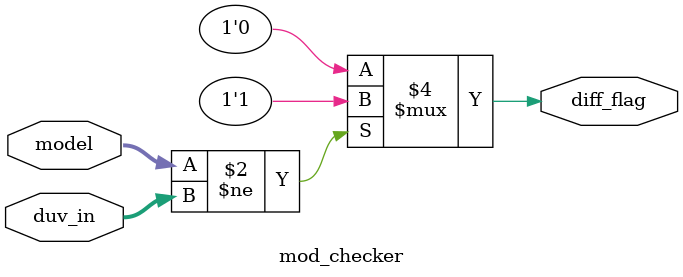
<source format=sv>
`timescale 1ns/1ps
module mod_checker(input [3:0] model,input [3:0] duv_in, output logic diff_flag);
	always_comb
		if(model!=duv_in)
			diff_flag<=1'b1;
		else
			diff_flag<=1'b0;

endmodule 



</source>
